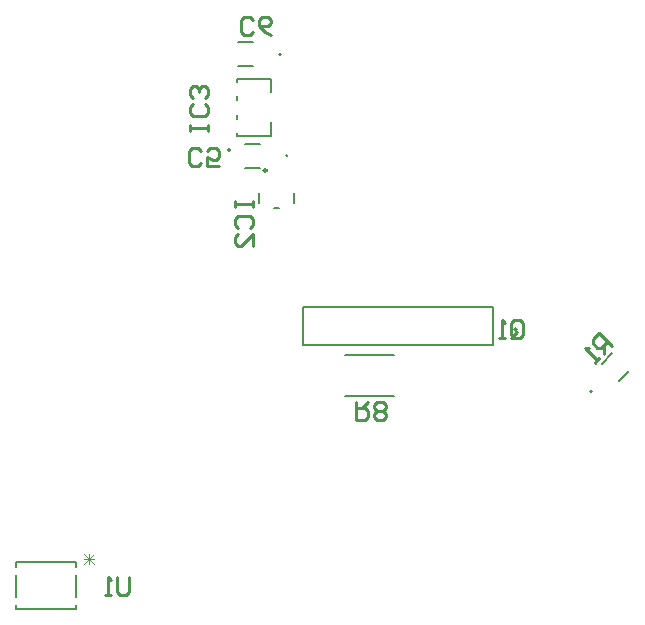
<source format=gbo>
G04 Layer_Color=32896*
%FSLAX44Y44*%
%MOMM*%
G71*
G01*
G75*
%ADD43C,0.1524*%
%ADD45C,0.2540*%
%ADD48C,0.0762*%
%ADD60C,0.2500*%
%ADD61C,0.2000*%
D43*
X769327Y447565D02*
G03*
X769327Y447565I-762J0D01*
G01*
X705295Y500000D02*
G03*
X705295Y500000I-1270J0D01*
G01*
X505662Y733000D02*
G03*
X505662Y733000I-762J0D01*
G01*
X463061Y652313D02*
G03*
X463061Y652313I-1270J0D01*
G01*
X511662Y647000D02*
G03*
X511662Y647000I-762J0D01*
G01*
X281727Y299181D02*
Y302812D01*
Y263188D02*
X332273Y263188D01*
X281727Y263188D02*
Y266819D01*
Y302812D02*
X332273Y302812D01*
X332273Y299181D02*
X332273Y302812D01*
X332273Y292219D02*
X332273Y273781D01*
X332273Y263188D02*
Y266819D01*
X281727Y273781D02*
Y292219D01*
X777255Y470803D02*
X786197Y479745D01*
X791803Y456255D02*
X800745Y465197D01*
X560200Y443728D02*
X601800Y443728D01*
X560200Y478272D02*
X601800Y478272D01*
X685600Y487300D02*
Y519050D01*
X524310D02*
X685600D01*
X524310Y487300D02*
Y519050D01*
Y487300D02*
X685600D01*
X469678Y743287D02*
X482323D01*
X469678Y722713D02*
X482323D01*
X497224Y663743D02*
Y675279D01*
X468776Y663743D02*
Y666560D01*
Y712257D02*
X497224D01*
Y700721D02*
Y712257D01*
X468776Y663743D02*
X497224D01*
X468776Y678040D02*
Y681879D01*
Y694121D02*
Y697960D01*
Y709440D02*
Y712257D01*
X475677Y636713D02*
X488322D01*
X475677Y657287D02*
X488322D01*
D45*
X377000Y290235D02*
Y277539D01*
X374461Y275000D01*
X369383D01*
X366843Y277539D01*
Y290235D01*
X361765Y275000D02*
X356687D01*
X359226D01*
Y290235D01*
X361765Y287696D01*
X569000Y439000D02*
Y423765D01*
X576618D01*
X579157Y426304D01*
Y431382D01*
X576618Y433922D01*
X569000D01*
X574078D02*
X579157Y439000D01*
X584235Y426304D02*
X586774Y423765D01*
X591853D01*
X594392Y426304D01*
Y428843D01*
X591853Y431382D01*
X594392Y433922D01*
Y436461D01*
X591853Y439000D01*
X586774D01*
X584235Y436461D01*
Y433922D01*
X586774Y431382D01*
X584235Y428843D01*
Y426304D01*
X586774Y431382D02*
X591853D01*
X786172Y486385D02*
X775399Y497158D01*
X770012Y491771D01*
Y488180D01*
X773603Y484589D01*
X777194D01*
X782581Y489976D01*
X778990Y486385D02*
Y479203D01*
X775399Y475612D02*
X771808Y472021D01*
X773603Y473816D01*
X762831Y484589D01*
X766421D01*
X700843Y495539D02*
Y505696D01*
X703382Y508235D01*
X708461D01*
X711000Y505696D01*
Y495539D01*
X708461Y493000D01*
X703382D01*
X705922Y498078D02*
X700843Y493000D01*
X703382D02*
X700843Y495539D01*
X695765Y493000D02*
X690687D01*
X693226D01*
Y508235D01*
X695765Y505696D01*
X444235Y668000D02*
Y673078D01*
Y670539D01*
X429000D01*
Y668000D01*
Y673078D01*
X441696Y690853D02*
X444235Y688313D01*
Y683235D01*
X441696Y680696D01*
X431539D01*
X429000Y683235D01*
Y688313D01*
X431539Y690853D01*
X441696Y695931D02*
X444235Y698470D01*
Y703549D01*
X441696Y706088D01*
X439157D01*
X436618Y703549D01*
Y701009D01*
Y703549D01*
X434078Y706088D01*
X431539D01*
X429000Y703549D01*
Y698470D01*
X431539Y695931D01*
X466765Y609000D02*
Y603922D01*
Y606461D01*
X482000D01*
Y609000D01*
Y603922D01*
X469304Y586147D02*
X466765Y588687D01*
Y593765D01*
X469304Y596304D01*
X479461D01*
X482000Y593765D01*
Y588687D01*
X479461Y586147D01*
X482000Y570912D02*
Y581069D01*
X471843Y570912D01*
X469304D01*
X466765Y573451D01*
Y578530D01*
X469304Y581069D01*
X482157Y752304D02*
X479618Y749765D01*
X474539D01*
X472000Y752304D01*
Y762461D01*
X474539Y765000D01*
X479618D01*
X482157Y762461D01*
X497392Y749765D02*
X492313Y752304D01*
X487235Y757383D01*
Y762461D01*
X489774Y765000D01*
X494853D01*
X497392Y762461D01*
Y759922D01*
X494853Y757383D01*
X487235D01*
X438157Y641304D02*
X435617Y638765D01*
X430539D01*
X428000Y641304D01*
Y651461D01*
X430539Y654000D01*
X435617D01*
X438157Y651461D01*
X453392Y638765D02*
X443235D01*
Y646382D01*
X448313Y643843D01*
X450853D01*
X453392Y646382D01*
Y651461D01*
X450853Y654000D01*
X445774D01*
X443235Y651461D01*
D48*
X347132Y309574D02*
X338668Y301110D01*
X347132D02*
X338668Y309574D01*
X347132Y305342D02*
X338668D01*
X342900Y301110D02*
Y309574D01*
D60*
X493750Y634750D02*
G03*
X493750Y634750I-1250J0D01*
G01*
D61*
X517000Y606750D02*
Y615250D01*
X499750Y602500D02*
X504250D01*
X487000Y606750D02*
Y615250D01*
M02*

</source>
